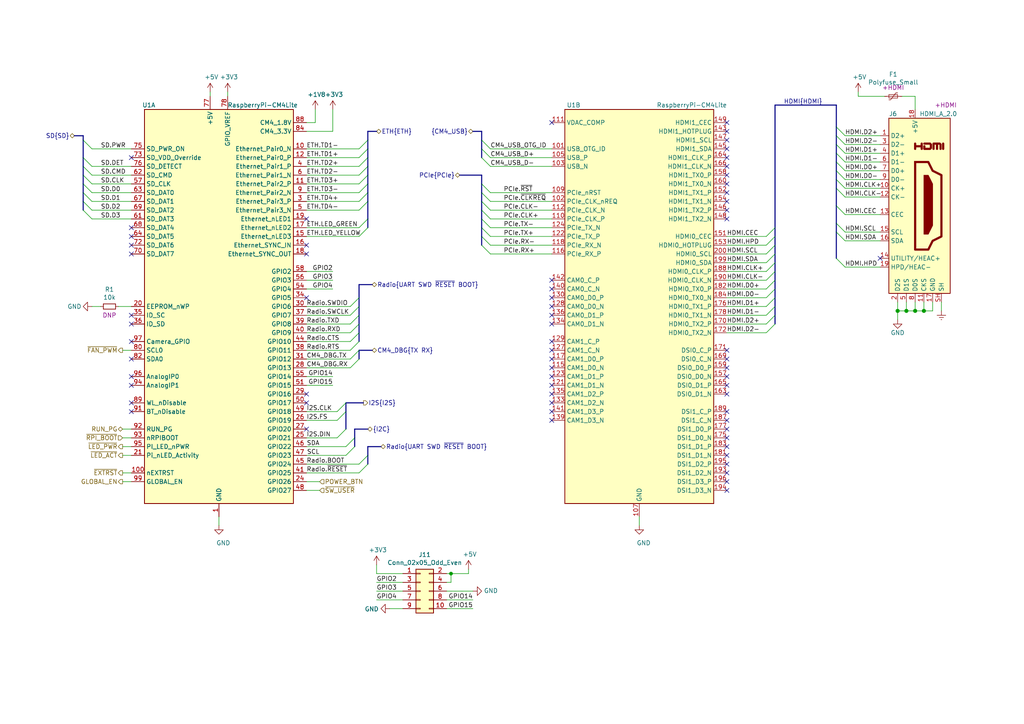
<source format=kicad_sch>
(kicad_sch (version 20210123) (generator eeschema)
  (paper "A4")
  (title_block (title "Compute Module 4") (date "2021-01-12") (rev "0.1") (company "Nabu Casa") (comment 1 "www.nabucasa.com") (comment 2 "Light Blue"))
  (bus_alias "HDMI" (members "D0+" "D0-" "D1+" "D1-" "D2+" "D2-" "CLK+" "CLK-" "CEC" "HPD" "SDA" "SCL"))
  (bus_alias "UART" (members "TXD" "RXD" "CTS" "RTS"))
  (bus_alias "SD" (members "D[0..3]" "CMD" "CLK" "PWR" "DET"))
  (bus_alias "PCIe" (members "~RST" "~CLKREQ" "CLK+" "CLK-" "TX+" "TX-" "RX+" "RX-"))
  (junction (at 130.81 166.37) (diameter 0.9144))
  (junction (at 260.35 90.17) (diameter 1.016))
  (junction (at 262.89 90.17) (diameter 1.016))
  (junction (at 265.43 90.17) (diameter 1.016))
  (junction (at 267.97 90.17) (diameter 1.016))
  (no_connect (at 38.1 45.72))
  (no_connect (at 38.1 66.04))
  (no_connect (at 38.1 68.58))
  (no_connect (at 38.1 71.12))
  (no_connect (at 38.1 73.66))
  (no_connect (at 38.1 91.44))
  (no_connect (at 38.1 93.98))
  (no_connect (at 38.1 99.06))
  (no_connect (at 38.1 104.14))
  (no_connect (at 38.1 109.22))
  (no_connect (at 38.1 111.76))
  (no_connect (at 38.1 116.84))
  (no_connect (at 38.1 119.38))
  (no_connect (at 88.9 63.5))
  (no_connect (at 88.9 71.12))
  (no_connect (at 88.9 73.66))
  (no_connect (at 88.9 86.36))
  (no_connect (at 88.9 114.3))
  (no_connect (at 88.9 116.84))
  (no_connect (at 88.9 124.46))
  (no_connect (at 160.02 35.56))
  (no_connect (at 160.02 81.28))
  (no_connect (at 160.02 83.82))
  (no_connect (at 160.02 86.36))
  (no_connect (at 160.02 88.9))
  (no_connect (at 160.02 91.44))
  (no_connect (at 160.02 93.98))
  (no_connect (at 160.02 99.06))
  (no_connect (at 160.02 101.6))
  (no_connect (at 160.02 104.14))
  (no_connect (at 160.02 106.68))
  (no_connect (at 160.02 109.22))
  (no_connect (at 160.02 111.76))
  (no_connect (at 160.02 114.3))
  (no_connect (at 160.02 116.84))
  (no_connect (at 160.02 119.38))
  (no_connect (at 160.02 121.92))
  (no_connect (at 210.82 35.56))
  (no_connect (at 210.82 38.1))
  (no_connect (at 210.82 40.64))
  (no_connect (at 210.82 43.18))
  (no_connect (at 210.82 45.72))
  (no_connect (at 210.82 48.26))
  (no_connect (at 210.82 50.8))
  (no_connect (at 210.82 53.34))
  (no_connect (at 210.82 55.88))
  (no_connect (at 210.82 58.42))
  (no_connect (at 210.82 60.96))
  (no_connect (at 210.82 63.5))
  (no_connect (at 210.82 101.6))
  (no_connect (at 210.82 104.14))
  (no_connect (at 210.82 106.68))
  (no_connect (at 210.82 109.22))
  (no_connect (at 210.82 111.76))
  (no_connect (at 210.82 114.3))
  (no_connect (at 210.82 119.38))
  (no_connect (at 210.82 121.92))
  (no_connect (at 210.82 124.46))
  (no_connect (at 210.82 127))
  (no_connect (at 210.82 129.54))
  (no_connect (at 210.82 132.08))
  (no_connect (at 210.82 134.62))
  (no_connect (at 210.82 137.16))
  (no_connect (at 210.82 139.7))
  (no_connect (at 210.82 142.24))
  (no_connect (at 255.27 74.93))
  (bus_entry (at 24.13 40.64) (size 2.54 2.54) (stroke (width 0.1524)))
  (bus_entry (at 24.13 45.72) (size 2.54 2.54) (stroke (width 0.1524)))
  (bus_entry (at 24.13 48.26) (size 2.54 2.54) (stroke (width 0.1524)))
  (bus_entry (at 24.13 50.8) (size 2.54 2.54) (stroke (width 0.1524)))
  (bus_entry (at 24.13 53.34) (size 2.54 2.54) (stroke (width 0.1524)))
  (bus_entry (at 24.13 55.88) (size 2.54 2.54) (stroke (width 0.1524)))
  (bus_entry (at 24.13 58.42) (size 2.54 2.54) (stroke (width 0.1524)))
  (bus_entry (at 24.13 60.96) (size 2.54 2.54) (stroke (width 0.1524)))
  (bus_entry (at 100.33 116.84) (size -2.54 2.54) (stroke (width 0.1524)))
  (bus_entry (at 100.33 119.38) (size -2.54 2.54) (stroke (width 0.1524)))
  (bus_entry (at 100.33 124.46) (size -2.54 2.54) (stroke (width 0.1524)))
  (bus_entry (at 102.87 127) (size -2.54 2.54) (stroke (width 0.1524)))
  (bus_entry (at 102.87 129.54) (size -2.54 2.54) (stroke (width 0.1524)))
  (bus_entry (at 104.14 43.18) (size 2.54 -2.54) (stroke (width 0.1524)))
  (bus_entry (at 104.14 45.72) (size 2.54 -2.54) (stroke (width 0.1524)))
  (bus_entry (at 104.14 48.26) (size 2.54 -2.54) (stroke (width 0.1524)))
  (bus_entry (at 104.14 50.8) (size 2.54 -2.54) (stroke (width 0.1524)))
  (bus_entry (at 104.14 53.34) (size 2.54 -2.54) (stroke (width 0.1524)))
  (bus_entry (at 104.14 55.88) (size 2.54 -2.54) (stroke (width 0.1524)))
  (bus_entry (at 104.14 58.42) (size 2.54 -2.54) (stroke (width 0.1524)))
  (bus_entry (at 104.14 60.96) (size 2.54 -2.54) (stroke (width 0.1524)))
  (bus_entry (at 104.14 66.04) (size 2.54 -2.54) (stroke (width 0.1524)))
  (bus_entry (at 104.14 68.58) (size 2.54 -2.54) (stroke (width 0.1524)))
  (bus_entry (at 104.14 86.36) (size -2.54 2.54) (stroke (width 0.1524)))
  (bus_entry (at 104.14 88.9) (size -2.54 2.54) (stroke (width 0.1524)))
  (bus_entry (at 104.14 91.44) (size -2.54 2.54) (stroke (width 0.1524)))
  (bus_entry (at 104.14 93.98) (size -2.54 2.54) (stroke (width 0.1524)))
  (bus_entry (at 104.14 96.52) (size -2.54 2.54) (stroke (width 0.1524)))
  (bus_entry (at 104.14 99.06) (size -2.54 2.54) (stroke (width 0.1524)))
  (bus_entry (at 104.14 101.6) (size -2.54 2.54) (stroke (width 0.1524)))
  (bus_entry (at 104.14 104.14) (size -2.54 2.54) (stroke (width 0.1524)))
  (bus_entry (at 106.68 132.08) (size -2.54 2.54) (stroke (width 0.1524)))
  (bus_entry (at 106.68 134.62) (size -2.54 2.54) (stroke (width 0.1524)))
  (bus_entry (at 139.7 40.64) (size 2.54 2.54) (stroke (width 0.1524)))
  (bus_entry (at 139.7 43.18) (size 2.54 2.54) (stroke (width 0.1524)))
  (bus_entry (at 139.7 45.72) (size 2.54 2.54) (stroke (width 0.1524)))
  (bus_entry (at 139.7 53.34) (size 2.54 2.54) (stroke (width 0.1524)))
  (bus_entry (at 139.7 55.88) (size 2.54 2.54) (stroke (width 0.1524)))
  (bus_entry (at 139.7 58.42) (size 2.54 2.54) (stroke (width 0.1524)))
  (bus_entry (at 139.7 60.96) (size 2.54 2.54) (stroke (width 0.1524)))
  (bus_entry (at 139.7 63.5) (size 2.54 2.54) (stroke (width 0.1524)))
  (bus_entry (at 139.7 66.04) (size 2.54 2.54) (stroke (width 0.1524)))
  (bus_entry (at 139.7 68.58) (size 2.54 2.54) (stroke (width 0.1524)))
  (bus_entry (at 139.7 71.12) (size 2.54 2.54) (stroke (width 0.1524)))
  (bus_entry (at 224.79 66.04) (size -2.54 2.54) (stroke (width 0.1524)))
  (bus_entry (at 224.79 68.58) (size -2.54 2.54) (stroke (width 0.1524)))
  (bus_entry (at 224.79 71.12) (size -2.54 2.54) (stroke (width 0.1524)))
  (bus_entry (at 224.79 73.66) (size -2.54 2.54) (stroke (width 0.1524)))
  (bus_entry (at 224.79 76.2) (size -2.54 2.54) (stroke (width 0.1524)))
  (bus_entry (at 224.79 78.74) (size -2.54 2.54) (stroke (width 0.1524)))
  (bus_entry (at 224.79 81.28) (size -2.54 2.54) (stroke (width 0.1524)))
  (bus_entry (at 224.79 83.82) (size -2.54 2.54) (stroke (width 0.1524)))
  (bus_entry (at 224.79 86.36) (size -2.54 2.54) (stroke (width 0.1524)))
  (bus_entry (at 224.79 88.9) (size -2.54 2.54) (stroke (width 0.1524)))
  (bus_entry (at 224.79 91.44) (size -2.54 2.54) (stroke (width 0.1524)))
  (bus_entry (at 224.79 93.98) (size -2.54 2.54) (stroke (width 0.1524)))
  (bus_entry (at 242.57 36.83) (size 2.54 2.54) (stroke (width 0.1524)))
  (bus_entry (at 242.57 39.37) (size 2.54 2.54) (stroke (width 0.1524)))
  (bus_entry (at 242.57 41.91) (size 2.54 2.54) (stroke (width 0.1524)))
  (bus_entry (at 242.57 44.45) (size 2.54 2.54) (stroke (width 0.1524)))
  (bus_entry (at 242.57 46.99) (size 2.54 2.54) (stroke (width 0.1524)))
  (bus_entry (at 242.57 49.53) (size 2.54 2.54) (stroke (width 0.1524)))
  (bus_entry (at 242.57 52.07) (size 2.54 2.54) (stroke (width 0.1524)))
  (bus_entry (at 242.57 54.61) (size 2.54 2.54) (stroke (width 0.1524)))
  (bus_entry (at 242.57 59.69) (size 2.54 2.54) (stroke (width 0.1524)))
  (bus_entry (at 242.57 64.77) (size 2.54 2.54) (stroke (width 0.1524)))
  (bus_entry (at 242.57 67.31) (size 2.54 2.54) (stroke (width 0.1524)))
  (bus_entry (at 242.57 74.93) (size 2.54 2.54) (stroke (width 0.1524)))
  (wire (pts (xy 26.67 43.18) (xy 38.1 43.18)))
  (wire (pts (xy 26.67 48.26) (xy 38.1 48.26)))
  (wire (pts (xy 26.67 50.8) (xy 38.1 50.8)))
  (wire (pts (xy 26.67 53.34) (xy 38.1 53.34)))
  (wire (pts (xy 26.67 55.88) (xy 38.1 55.88)))
  (wire (pts (xy 26.67 58.42) (xy 38.1 58.42)))
  (wire (pts (xy 26.67 60.96) (xy 38.1 60.96)))
  (wire (pts (xy 26.67 63.5) (xy 38.1 63.5)))
  (wire (pts (xy 26.67 88.9) (xy 29.21 88.9)))
  (wire (pts (xy 34.29 88.9) (xy 38.1 88.9)))
  (wire (pts (xy 35.56 101.6) (xy 38.1 101.6)))
  (wire (pts (xy 35.56 124.46) (xy 38.1 124.46)))
  (wire (pts (xy 35.56 127) (xy 38.1 127)))
  (wire (pts (xy 35.56 129.54) (xy 38.1 129.54)))
  (wire (pts (xy 35.56 132.08) (xy 38.1 132.08)))
  (wire (pts (xy 35.56 137.16) (xy 38.1 137.16)))
  (wire (pts (xy 35.56 139.7) (xy 38.1 139.7)))
  (wire (pts (xy 60.96 26.67) (xy 60.96 27.94)))
  (wire (pts (xy 63.5 149.86) (xy 63.5 152.4)))
  (wire (pts (xy 66.04 26.67) (xy 66.04 27.94)))
  (wire (pts (xy 88.9 35.56) (xy 91.44 35.56)))
  (wire (pts (xy 88.9 38.1) (xy 96.52 38.1)))
  (wire (pts (xy 88.9 43.18) (xy 104.14 43.18)))
  (wire (pts (xy 88.9 45.72) (xy 104.14 45.72)))
  (wire (pts (xy 88.9 48.26) (xy 104.14 48.26)))
  (wire (pts (xy 88.9 50.8) (xy 104.14 50.8)))
  (wire (pts (xy 88.9 53.34) (xy 104.14 53.34)))
  (wire (pts (xy 88.9 55.88) (xy 104.14 55.88)))
  (wire (pts (xy 88.9 58.42) (xy 104.14 58.42)))
  (wire (pts (xy 88.9 60.96) (xy 104.14 60.96)))
  (wire (pts (xy 88.9 66.04) (xy 104.14 66.04)))
  (wire (pts (xy 88.9 68.58) (xy 104.14 68.58)))
  (wire (pts (xy 88.9 88.9) (xy 101.6 88.9)))
  (wire (pts (xy 88.9 91.44) (xy 101.6 91.44)))
  (wire (pts (xy 88.9 93.98) (xy 101.6 93.98)))
  (wire (pts (xy 88.9 96.52) (xy 101.6 96.52)))
  (wire (pts (xy 88.9 99.06) (xy 101.6 99.06)))
  (wire (pts (xy 88.9 101.6) (xy 101.6 101.6)))
  (wire (pts (xy 88.9 104.14) (xy 101.6 104.14)))
  (wire (pts (xy 88.9 106.68) (xy 101.6 106.68)))
  (wire (pts (xy 88.9 109.22) (xy 96.52 109.22)))
  (wire (pts (xy 88.9 111.76) (xy 96.52 111.76)))
  (wire (pts (xy 88.9 119.38) (xy 97.79 119.38)))
  (wire (pts (xy 88.9 121.92) (xy 97.79 121.92)))
  (wire (pts (xy 88.9 127) (xy 97.79 127)))
  (wire (pts (xy 88.9 129.54) (xy 100.33 129.54)))
  (wire (pts (xy 88.9 132.08) (xy 100.33 132.08)))
  (wire (pts (xy 88.9 134.62) (xy 104.14 134.62)))
  (wire (pts (xy 88.9 137.16) (xy 104.14 137.16)))
  (wire (pts (xy 88.9 139.7) (xy 92.71 139.7)))
  (wire (pts (xy 88.9 142.24) (xy 92.71 142.24)))
  (wire (pts (xy 91.44 35.56) (xy 91.44 31.75)))
  (wire (pts (xy 96.52 38.1) (xy 96.52 31.75)))
  (wire (pts (xy 96.52 78.74) (xy 88.9 78.74)))
  (wire (pts (xy 96.52 81.28) (xy 88.9 81.28)))
  (wire (pts (xy 96.52 83.82) (xy 88.9 83.82)))
  (wire (pts (xy 109.22 166.37) (xy 109.22 163.83)))
  (wire (pts (xy 109.22 168.91) (xy 116.84 168.91)))
  (wire (pts (xy 109.22 171.45) (xy 116.84 171.45)))
  (wire (pts (xy 109.22 173.99) (xy 116.84 173.99)))
  (wire (pts (xy 113.03 176.53) (xy 116.84 176.53)))
  (wire (pts (xy 116.84 166.37) (xy 109.22 166.37)))
  (wire (pts (xy 129.54 166.37) (xy 130.81 166.37)))
  (wire (pts (xy 129.54 168.91) (xy 130.81 168.91)))
  (wire (pts (xy 129.54 171.45) (xy 137.16 171.45)))
  (wire (pts (xy 129.54 173.99) (xy 137.16 173.99)))
  (wire (pts (xy 129.54 176.53) (xy 137.16 176.53)))
  (wire (pts (xy 130.81 166.37) (xy 135.89 166.37)))
  (wire (pts (xy 130.81 168.91) (xy 130.81 166.37)))
  (wire (pts (xy 135.89 166.37) (xy 135.89 165.1)))
  (wire (pts (xy 142.24 43.18) (xy 160.02 43.18)))
  (wire (pts (xy 142.24 45.72) (xy 160.02 45.72)))
  (wire (pts (xy 142.24 48.26) (xy 160.02 48.26)))
  (wire (pts (xy 142.24 55.88) (xy 160.02 55.88)))
  (wire (pts (xy 142.24 58.42) (xy 160.02 58.42)))
  (wire (pts (xy 142.24 60.96) (xy 160.02 60.96)))
  (wire (pts (xy 142.24 63.5) (xy 160.02 63.5)))
  (wire (pts (xy 142.24 66.04) (xy 160.02 66.04)))
  (wire (pts (xy 142.24 68.58) (xy 160.02 68.58)))
  (wire (pts (xy 142.24 71.12) (xy 160.02 71.12)))
  (wire (pts (xy 142.24 73.66) (xy 160.02 73.66)))
  (wire (pts (xy 185.42 149.86) (xy 185.42 152.4)))
  (wire (pts (xy 210.82 68.58) (xy 222.25 68.58)))
  (wire (pts (xy 210.82 71.12) (xy 222.25 71.12)))
  (wire (pts (xy 210.82 73.66) (xy 222.25 73.66)))
  (wire (pts (xy 210.82 76.2) (xy 222.25 76.2)))
  (wire (pts (xy 210.82 78.74) (xy 222.25 78.74)))
  (wire (pts (xy 210.82 81.28) (xy 222.25 81.28)))
  (wire (pts (xy 210.82 83.82) (xy 222.25 83.82)))
  (wire (pts (xy 210.82 86.36) (xy 222.25 86.36)))
  (wire (pts (xy 210.82 88.9) (xy 222.25 88.9)))
  (wire (pts (xy 210.82 91.44) (xy 222.25 91.44)))
  (wire (pts (xy 210.82 93.98) (xy 222.25 93.98)))
  (wire (pts (xy 210.82 96.52) (xy 222.25 96.52)))
  (wire (pts (xy 245.11 39.37) (xy 255.27 39.37)))
  (wire (pts (xy 245.11 41.91) (xy 255.27 41.91)))
  (wire (pts (xy 245.11 44.45) (xy 255.27 44.45)))
  (wire (pts (xy 245.11 46.99) (xy 255.27 46.99)))
  (wire (pts (xy 245.11 49.53) (xy 255.27 49.53)))
  (wire (pts (xy 245.11 52.07) (xy 255.27 52.07)))
  (wire (pts (xy 245.11 54.61) (xy 255.27 54.61)))
  (wire (pts (xy 245.11 57.15) (xy 255.27 57.15)))
  (wire (pts (xy 245.11 62.23) (xy 255.27 62.23)))
  (wire (pts (xy 245.11 67.31) (xy 255.27 67.31)))
  (wire (pts (xy 245.11 69.85) (xy 255.27 69.85)))
  (wire (pts (xy 245.11 77.47) (xy 255.27 77.47)))
  (wire (pts (xy 248.92 27.94) (xy 248.92 26.67)))
  (wire (pts (xy 256.54 27.94) (xy 248.92 27.94)))
  (wire (pts (xy 260.35 87.63) (xy 260.35 90.17)))
  (wire (pts (xy 260.35 90.17) (xy 260.35 92.71)))
  (wire (pts (xy 260.35 90.17) (xy 262.89 90.17)))
  (wire (pts (xy 262.89 90.17) (xy 262.89 87.63)))
  (wire (pts (xy 262.89 90.17) (xy 265.43 90.17)))
  (wire (pts (xy 265.43 27.94) (xy 261.62 27.94)))
  (wire (pts (xy 265.43 31.75) (xy 265.43 27.94)))
  (wire (pts (xy 265.43 90.17) (xy 265.43 87.63)))
  (wire (pts (xy 265.43 90.17) (xy 267.97 90.17)))
  (wire (pts (xy 267.97 90.17) (xy 267.97 87.63)))
  (wire (pts (xy 267.97 90.17) (xy 270.51 90.17)))
  (wire (pts (xy 270.51 90.17) (xy 270.51 87.63)))
  (wire (pts (xy 273.05 90.17) (xy 273.05 87.63)))
  (bus (pts (xy 21.59 39.37) (xy 24.13 39.37)))
  (bus (pts (xy 24.13 40.64) (xy 24.13 39.37)))
  (bus (pts (xy 24.13 45.72) (xy 24.13 40.64)))
  (bus (pts (xy 24.13 48.26) (xy 24.13 45.72)))
  (bus (pts (xy 24.13 50.8) (xy 24.13 48.26)))
  (bus (pts (xy 24.13 53.34) (xy 24.13 50.8)))
  (bus (pts (xy 24.13 55.88) (xy 24.13 53.34)))
  (bus (pts (xy 24.13 58.42) (xy 24.13 55.88)))
  (bus (pts (xy 24.13 60.96) (xy 24.13 58.42)))
  (bus (pts (xy 100.33 116.84) (xy 100.33 119.38)))
  (bus (pts (xy 100.33 119.38) (xy 100.33 124.46)))
  (bus (pts (xy 102.87 124.46) (xy 102.87 127)))
  (bus (pts (xy 102.87 127) (xy 102.87 129.54)))
  (bus (pts (xy 104.14 82.55) (xy 104.14 86.36)))
  (bus (pts (xy 104.14 86.36) (xy 104.14 88.9)))
  (bus (pts (xy 104.14 88.9) (xy 104.14 91.44)))
  (bus (pts (xy 104.14 91.44) (xy 104.14 93.98)))
  (bus (pts (xy 104.14 93.98) (xy 104.14 96.52)))
  (bus (pts (xy 104.14 96.52) (xy 104.14 99.06)))
  (bus (pts (xy 104.14 101.6) (xy 107.95 101.6)))
  (bus (pts (xy 104.14 104.14) (xy 104.14 101.6)))
  (bus (pts (xy 105.41 116.84) (xy 100.33 116.84)))
  (bus (pts (xy 106.68 38.1) (xy 109.22 38.1)))
  (bus (pts (xy 106.68 40.64) (xy 106.68 38.1)))
  (bus (pts (xy 106.68 43.18) (xy 106.68 40.64)))
  (bus (pts (xy 106.68 45.72) (xy 106.68 43.18)))
  (bus (pts (xy 106.68 48.26) (xy 106.68 45.72)))
  (bus (pts (xy 106.68 50.8) (xy 106.68 48.26)))
  (bus (pts (xy 106.68 53.34) (xy 106.68 50.8)))
  (bus (pts (xy 106.68 55.88) (xy 106.68 53.34)))
  (bus (pts (xy 106.68 58.42) (xy 106.68 55.88)))
  (bus (pts (xy 106.68 63.5) (xy 106.68 58.42)))
  (bus (pts (xy 106.68 66.04) (xy 106.68 63.5)))
  (bus (pts (xy 106.68 124.46) (xy 102.87 124.46)))
  (bus (pts (xy 106.68 129.54) (xy 106.68 132.08)))
  (bus (pts (xy 106.68 132.08) (xy 106.68 134.62)))
  (bus (pts (xy 107.95 82.55) (xy 104.14 82.55)))
  (bus (pts (xy 110.49 129.54) (xy 106.68 129.54)))
  (bus (pts (xy 133.35 50.8) (xy 139.7 50.8)))
  (bus (pts (xy 137.16 38.1) (xy 139.7 38.1)))
  (bus (pts (xy 139.7 40.64) (xy 139.7 38.1)))
  (bus (pts (xy 139.7 40.64) (xy 139.7 43.18)))
  (bus (pts (xy 139.7 43.18) (xy 139.7 45.72)))
  (bus (pts (xy 139.7 53.34) (xy 139.7 50.8)))
  (bus (pts (xy 139.7 53.34) (xy 139.7 55.88)))
  (bus (pts (xy 139.7 55.88) (xy 139.7 58.42)))
  (bus (pts (xy 139.7 58.42) (xy 139.7 60.96)))
  (bus (pts (xy 139.7 60.96) (xy 139.7 63.5)))
  (bus (pts (xy 139.7 63.5) (xy 139.7 66.04)))
  (bus (pts (xy 139.7 66.04) (xy 139.7 68.58)))
  (bus (pts (xy 139.7 68.58) (xy 139.7 71.12)))
  (bus (pts (xy 224.79 30.48) (xy 224.79 66.04)))
  (bus (pts (xy 224.79 66.04) (xy 224.79 68.58)))
  (bus (pts (xy 224.79 68.58) (xy 224.79 71.12)))
  (bus (pts (xy 224.79 71.12) (xy 224.79 73.66)))
  (bus (pts (xy 224.79 73.66) (xy 224.79 76.2)))
  (bus (pts (xy 224.79 76.2) (xy 224.79 78.74)))
  (bus (pts (xy 224.79 78.74) (xy 224.79 81.28)))
  (bus (pts (xy 224.79 81.28) (xy 224.79 83.82)))
  (bus (pts (xy 224.79 83.82) (xy 224.79 86.36)))
  (bus (pts (xy 224.79 86.36) (xy 224.79 88.9)))
  (bus (pts (xy 224.79 88.9) (xy 224.79 91.44)))
  (bus (pts (xy 224.79 91.44) (xy 224.79 93.98)))
  (bus (pts (xy 242.57 30.48) (xy 224.79 30.48)))
  (bus (pts (xy 242.57 36.83) (xy 242.57 30.48)))
  (bus (pts (xy 242.57 39.37) (xy 242.57 36.83)))
  (bus (pts (xy 242.57 41.91) (xy 242.57 39.37)))
  (bus (pts (xy 242.57 44.45) (xy 242.57 41.91)))
  (bus (pts (xy 242.57 46.99) (xy 242.57 44.45)))
  (bus (pts (xy 242.57 49.53) (xy 242.57 46.99)))
  (bus (pts (xy 242.57 52.07) (xy 242.57 49.53)))
  (bus (pts (xy 242.57 54.61) (xy 242.57 52.07)))
  (bus (pts (xy 242.57 59.69) (xy 242.57 54.61)))
  (bus (pts (xy 242.57 64.77) (xy 242.57 59.69)))
  (bus (pts (xy 242.57 67.31) (xy 242.57 64.77)))
  (bus (pts (xy 242.57 74.93) (xy 242.57 67.31)))
  (label "SD.PWR" (at 29.21 43.18 0))
  (label "SD.DET" (at 29.21 48.26 0))
  (label "SD.CMD" (at 29.21 50.8 0))
  (label "SD.CLK" (at 29.21 53.34 0))
  (label "SD.D0" (at 29.21 55.88 0))
  (label "SD.D1" (at 29.21 58.42 0))
  (label "SD.D2" (at 29.21 60.96 0))
  (label "SD.D3" (at 29.21 63.5 0))
  (label "ETH.TD1-" (at 88.9 43.18 0))
  (label "ETH.TD1+" (at 88.9 45.72 0))
  (label "ETH.TD2+" (at 88.9 48.26 0))
  (label "ETH.TD2-" (at 88.9 50.8 0))
  (label "ETH.TD3+" (at 88.9 53.34 0))
  (label "ETH.TD3-" (at 88.9 55.88 0))
  (label "ETH.TD4+" (at 88.9 58.42 0))
  (label "ETH.TD4-" (at 88.9 60.96 0))
  (label "ETH.LED_GREEN" (at 88.9 66.04 0))
  (label "ETH.LED_YELLOW" (at 88.9 68.58 0))
  (label "Radio.SWDIO" (at 88.9 88.9 0))
  (label "Radio.SWCLK" (at 88.9 91.44 0))
  (label "Radio.TXD" (at 88.9 93.98 0))
  (label "Radio.RXD" (at 88.9 96.52 0))
  (label "Radio.CTS" (at 88.9 99.06 0))
  (label "Radio.RTS" (at 88.9 101.6 0))
  (label "CM4_DBG.TX" (at 88.9 104.14 0))
  (label "CM4_DBG.RX" (at 88.9 106.68 0))
  (label "I2S.CLK" (at 88.9 119.38 0))
  (label "I2S.FS" (at 88.9 121.92 0))
  (label "I2S.DIN" (at 88.9 127 0))
  (label "Radio.BOOT" (at 88.9 134.62 0))
  (label "Radio.~RESET" (at 88.9 137.16 0))
  (label "SDA" (at 92.71 129.54 180))
  (label "SCL" (at 92.71 132.08 180))
  (label "GPIO2" (at 96.52 78.74 180))
  (label "GPIO3" (at 96.52 81.28 180))
  (label "GPIO4" (at 96.52 83.82 180))
  (label "GPIO14" (at 96.52 109.22 180))
  (label "GPIO15" (at 96.52 111.76 180))
  (label "GPIO2" (at 109.22 168.91 0))
  (label "GPIO3" (at 109.22 171.45 0))
  (label "GPIO4" (at 109.22 173.99 0))
  (label "GPIO14" (at 137.16 173.99 180))
  (label "GPIO15" (at 137.16 176.53 180))
  (label "CM4_USB_OTG_ID" (at 142.24 43.18 0))
  (label "CM4_USB_D+" (at 142.24 45.72 0))
  (label "CM4_USB_D-" (at 142.24 48.26 0))
  (label "PCIe.~RST" (at 146.05 55.88 0))
  (label "PCIe.~CLKREQ" (at 146.05 58.42 0))
  (label "PCIe.CLK-" (at 146.05 60.96 0))
  (label "PCIe.CLK+" (at 146.05 63.5 0))
  (label "PCIe.TX-" (at 146.05 66.04 0))
  (label "PCIe.TX+" (at 146.05 68.58 0))
  (label "PCIe.RX-" (at 146.05 71.12 0))
  (label "PCIe.RX+" (at 146.05 73.66 0))
  (label "HDMI.CEC" (at 210.82 68.58 0))
  (label "HDMI.HPD" (at 210.82 71.12 0))
  (label "HDMI.SCL" (at 210.82 73.66 0))
  (label "HDMI.SDA" (at 210.82 76.2 0))
  (label "HDMI.CLK+" (at 210.82 78.74 0))
  (label "HDMI.CLK-" (at 210.82 81.28 0))
  (label "HDMI.D0+" (at 210.82 83.82 0))
  (label "HDMI.D0-" (at 210.82 86.36 0))
  (label "HDMI.D1+" (at 210.82 88.9 0))
  (label "HDMI.D1-" (at 210.82 91.44 0))
  (label "HDMI.D2+" (at 210.82 93.98 0))
  (label "HDMI.D2-" (at 210.82 96.52 0))
  (label "HDMI{HDMI}" (at 227.33 30.48 0))
  (label "HDMI.D2+" (at 245.11 39.37 0))
  (label "HDMI.D2-" (at 245.11 41.91 0))
  (label "HDMI.D1+" (at 245.11 44.45 0))
  (label "HDMI.D1-" (at 245.11 46.99 0))
  (label "HDMI.D0+" (at 245.11 49.53 0))
  (label "HDMI.D0-" (at 245.11 52.07 0))
  (label "HDMI.CLK+" (at 245.11 54.61 0))
  (label "HDMI.CLK-" (at 245.11 57.15 0))
  (label "HDMI.CEC" (at 245.11 62.23 0))
  (label "HDMI.SCL" (at 245.11 67.31 0))
  (label "HDMI.SDA" (at 245.11 69.85 0))
  (label "HDMI.HPD" (at 245.11 77.47 0))
  (hierarchical_label "SD{SD}" (shape bidirectional) (at 21.59 39.37 180))
  (hierarchical_label "~FAN_PWM" (shape output) (at 35.56 101.6 180))
  (hierarchical_label "RUN_PG" (shape bidirectional) (at 35.56 124.46 180))
  (hierarchical_label "~RPI_BOOT" (shape input) (at 35.56 127 180))
  (hierarchical_label "~LED_PWR" (shape output) (at 35.56 129.54 180))
  (hierarchical_label "~LED_ACT" (shape output) (at 35.56 132.08 180))
  (hierarchical_label "~EXTRST" (shape output) (at 35.56 137.16 180))
  (hierarchical_label "GLOBAL_EN" (shape output) (at 35.56 139.7 180))
  (hierarchical_label "POWER_BTN" (shape input) (at 92.71 139.7 0))
  (hierarchical_label "~SW_USER" (shape input) (at 92.71 142.24 0))
  (hierarchical_label "I2S{I2S}" (shape output) (at 105.41 116.84 0))
  (hierarchical_label "{I2C}" (shape bidirectional) (at 106.68 124.46 0))
  (hierarchical_label "Radio{UART SWD ~RESET BOOT}" (shape bidirectional) (at 107.95 82.55 0))
  (hierarchical_label "CM4_DBG{TX RX}" (shape bidirectional) (at 107.95 101.6 0))
  (hierarchical_label "ETH{ETH}" (shape bidirectional) (at 109.22 38.1 0))
  (hierarchical_label "Radio{UART SWD ~RESET BOOT}" (shape bidirectional) (at 110.49 129.54 0))
  (hierarchical_label "PCIe{PCIe}" (shape bidirectional) (at 133.35 50.8 180))
  (hierarchical_label "{CM4_USB}" (shape bidirectional) (at 137.16 38.1 180))
  (symbol (lib_id "power:+5V") (at 60.96 26.67 0) (unit 1)
    (property "Reference" "#PWR0105" (effects hide))
    (property "Value" "+5V" (at 61.3283 22.3456 0))
  )
  (symbol (lib_id "power:+3V3") (at 66.04 26.67 0) (unit 1)
    (property "Reference" "#PWR0106" (effects hide))
    (property "Value" "+3V3" (at 66.4083 22.3456 0))
  )
  (symbol (lib_id "power:+1V8") (at 91.44 31.75 0) (unit 1)
    (property "Reference" "#PWR0107" (effects hide))
    (property "Value" "+1V8" (at 91.8083 27.4256 0))
  )
  (symbol (lib_id "power:+3V3") (at 96.52 31.75 0) (unit 1)
    (property "Reference" "#PWR0108" (effects hide))
    (property "Value" "+3V3" (at 96.8883 27.4256 0))
  )
  (symbol (lib_id "power:+3V3") (at 109.22 163.83 0) (unit 1)
    (property "Reference" "#PWR0111" (effects hide))
    (property "Value" "+3V3" (at 109.5883 159.5056 0))
  )
  (symbol (lib_id "power:+5V") (at 135.89 165.1 0) (unit 1)
    (property "Reference" "#PWR0112" (effects hide))
    (property "Value" "+5V" (at 136.2583 160.7756 0))
  )
  (symbol (lib_id "power:+5V") (at 248.92 26.67 0) (unit 1)
    (property "Reference" "#PWR0103" (effects hide))
    (property "Value" "+5V" (at 249.2883 22.3456 0))
  )
  (symbol (lib_id "power:GND") (at 26.67 88.9 270) (unit 1)
    (property "Reference" "#PWR0104" (effects hide))
    (property "Value" "GND" (at 21.59 88.9 90))
  )
  (symbol (lib_id "power:GND") (at 63.5 152.4 0) (unit 1)
    (property "Reference" "#PWR0109" (effects hide))
    (property "Value" "GND" (at 64.77 157.48 0))
  )
  (symbol (lib_id "power:GND") (at 113.03 176.53 270) (unit 1)
    (property "Reference" "#PWR0110" (effects hide))
    (property "Value" "GND" (at 109.855 176.6443 90) (effects (justify right)))
  )
  (symbol (lib_id "power:GND") (at 137.16 171.45 90) (unit 1)
    (property "Reference" "#PWR0113" (effects hide))
    (property "Value" "GND" (at 140.3351 171.3357 90) (effects (justify right)))
  )
  (symbol (lib_id "power:GND") (at 185.42 152.4 0) (unit 1)
    (property "Reference" "#PWR0114" (effects hide))
    (property "Value" "GND" (at 186.69 157.48 0))
  )
  (symbol (lib_id "power:GND") (at 260.35 92.71 0) (unit 1)
    (property "Reference" "#PWR0101" (effects hide))
    (property "Value" "GND" (at 260.35 96.52 0))
  )
  (symbol (lib_id "power:Earth") (at 273.05 90.17 0) (unit 1)
    (property "Reference" "#PWR0102" (effects hide))
    (property "Value" "Earth" (effects hide))
  )
  (symbol (lib_id "Device:R_Small") (at 31.75 88.9 90) (unit 1)
    (property "Reference" "R1" (at 31.75 83.9532 90))
    (property "Value" "10k" (at 31.75 86.252 90))
    (property "Footprint" "Resistor_SMD:R_0402_1005Metric" (effects hide))
    (property "Config" "DNP" (at 31.75 91.44 90))
  )
  (symbol (lib_id "Device:Polyfuse_Small") (at 259.08 27.94 90) (unit 1)
    (property "Reference" "F1" (at 259.08 21.5708 90))
    (property "Value" "Polyfuse_Small" (at 259.08 23.8695 90))
    (property "Footprint" "Fuse:Fuse_1206_3216Metric" (effects hide))
    (property "Config" "+HDMI" (at 259.08 25.4 90))
    (property "Manufacturer" "Bel Fuse" (effects hide))
    (property "PartNumber" "0ZCJ0010FF2E" (effects hide))
  )
  (symbol (lib_id "Connector_Generic:Conn_02x05_Odd_Even") (at 121.92 171.45 0) (unit 1)
    (property "Reference" "J11" (at 123.19 160.8898 0))
    (property "Value" "Conn_02x05_Odd_Even" (at 123.19 163.1885 0))
    (property "Footprint" "Connector_PinHeader_2.54mm:PinHeader_2x05_P2.54mm_Vertical" (effects hide))
    (property "Manufacturer" "Adam Tech" (effects hide))
    (property "PartNumber" "PH2-10-UA" (effects hide))
  )
  (symbol (lib_id "Connector:HDMI_A_1.4") (at 265.43 59.69 0) (unit 1)
    (property "Reference" "J6" (at 257.81 33.02 0) (effects (justify left)))
    (property "Value" "HDMI_A_2.0" (at 266.7 33.02 0) (effects (justify left)))
    (property "Footprint" "LightBlue:HDMI_A_Molex_2086588131_Horizontal" (effects hide))
    (property "Datasheet" "https://en.wikipedia.org/wiki/HDMI" (effects hide))
    (property "Config" "+HDMI" (at 274.32 30.48 0))
    (property "Manufacturer" "Molex" (effects hide))
    (property "PartNumber" "208658-8131" (effects hide))
  )
  (symbol (lib_name "LightBlue:RaspberryPi-CM4Lite_1") (lib_id "LightBlue:RaspberryPi-CM4Lite") (at 185.42 88.9 0) (unit 2)
    (property "Reference" "U1" (at 166.37 30.48 0))
    (property "Value" "RaspberryPi-CM4Lite" (at 200.66 30.48 0))
    (property "Footprint" "LightBlue:RaspberryPi-CM4" (effects hide))
    (property "Manufacturer" "Raspberry Pi Foundation" (effects hide))
    (property "PartNumber" "CM4002016" (effects hide))
  )
  (symbol (lib_id "LightBlue:RaspberryPi-CM4Lite") (at 63.5 88.9 0) (unit 1)
    (property "Reference" "U1" (at 43.18 30.48 0))
    (property "Value" "RaspberryPi-CM4Lite" (at 76.2 30.48 0))
    (property "Footprint" "LightBlue:RaspberryPi-CM4" (effects hide))
    (property "Datasheet" "https://datasheets.raspberrypi.org/cm4/cm4-datasheet.pdf" (effects hide))
    (property "Manufacturer" "Raspberry Pi Foundation" (effects hide))
    (property "PartNumber" "CM4002016" (effects hide))
    (pin "76" (alternate "SD_DETECT"))
  )
)
</source>
